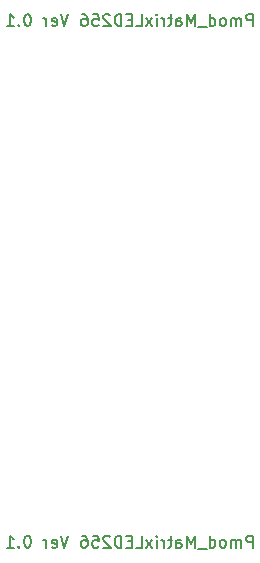
<source format=gbr>
%TF.GenerationSoftware,KiCad,Pcbnew,7.0.2*%
%TF.CreationDate,2023-08-12T01:48:42+09:00*%
%TF.ProjectId,Pmod_Matrix256,506d6f64-5f4d-4617-9472-69783235362e,rev?*%
%TF.SameCoordinates,Original*%
%TF.FileFunction,Legend,Bot*%
%TF.FilePolarity,Positive*%
%FSLAX46Y46*%
G04 Gerber Fmt 4.6, Leading zero omitted, Abs format (unit mm)*
G04 Created by KiCad (PCBNEW 7.0.2) date 2023-08-12 01:48:42*
%MOMM*%
%LPD*%
G01*
G04 APERTURE LIST*
%ADD10C,0.150000*%
G04 APERTURE END LIST*
D10*
X126100404Y-105443619D02*
X126100404Y-104443619D01*
X126100404Y-104443619D02*
X125719452Y-104443619D01*
X125719452Y-104443619D02*
X125624214Y-104491238D01*
X125624214Y-104491238D02*
X125576595Y-104538857D01*
X125576595Y-104538857D02*
X125528976Y-104634095D01*
X125528976Y-104634095D02*
X125528976Y-104776952D01*
X125528976Y-104776952D02*
X125576595Y-104872190D01*
X125576595Y-104872190D02*
X125624214Y-104919809D01*
X125624214Y-104919809D02*
X125719452Y-104967428D01*
X125719452Y-104967428D02*
X126100404Y-104967428D01*
X125100404Y-105443619D02*
X125100404Y-104776952D01*
X125100404Y-104872190D02*
X125052785Y-104824571D01*
X125052785Y-104824571D02*
X124957547Y-104776952D01*
X124957547Y-104776952D02*
X124814690Y-104776952D01*
X124814690Y-104776952D02*
X124719452Y-104824571D01*
X124719452Y-104824571D02*
X124671833Y-104919809D01*
X124671833Y-104919809D02*
X124671833Y-105443619D01*
X124671833Y-104919809D02*
X124624214Y-104824571D01*
X124624214Y-104824571D02*
X124528976Y-104776952D01*
X124528976Y-104776952D02*
X124386119Y-104776952D01*
X124386119Y-104776952D02*
X124290880Y-104824571D01*
X124290880Y-104824571D02*
X124243261Y-104919809D01*
X124243261Y-104919809D02*
X124243261Y-105443619D01*
X123624214Y-105443619D02*
X123719452Y-105396000D01*
X123719452Y-105396000D02*
X123767071Y-105348380D01*
X123767071Y-105348380D02*
X123814690Y-105253142D01*
X123814690Y-105253142D02*
X123814690Y-104967428D01*
X123814690Y-104967428D02*
X123767071Y-104872190D01*
X123767071Y-104872190D02*
X123719452Y-104824571D01*
X123719452Y-104824571D02*
X123624214Y-104776952D01*
X123624214Y-104776952D02*
X123481357Y-104776952D01*
X123481357Y-104776952D02*
X123386119Y-104824571D01*
X123386119Y-104824571D02*
X123338500Y-104872190D01*
X123338500Y-104872190D02*
X123290881Y-104967428D01*
X123290881Y-104967428D02*
X123290881Y-105253142D01*
X123290881Y-105253142D02*
X123338500Y-105348380D01*
X123338500Y-105348380D02*
X123386119Y-105396000D01*
X123386119Y-105396000D02*
X123481357Y-105443619D01*
X123481357Y-105443619D02*
X123624214Y-105443619D01*
X122433738Y-105443619D02*
X122433738Y-104443619D01*
X122433738Y-105396000D02*
X122528976Y-105443619D01*
X122528976Y-105443619D02*
X122719452Y-105443619D01*
X122719452Y-105443619D02*
X122814690Y-105396000D01*
X122814690Y-105396000D02*
X122862309Y-105348380D01*
X122862309Y-105348380D02*
X122909928Y-105253142D01*
X122909928Y-105253142D02*
X122909928Y-104967428D01*
X122909928Y-104967428D02*
X122862309Y-104872190D01*
X122862309Y-104872190D02*
X122814690Y-104824571D01*
X122814690Y-104824571D02*
X122719452Y-104776952D01*
X122719452Y-104776952D02*
X122528976Y-104776952D01*
X122528976Y-104776952D02*
X122433738Y-104824571D01*
X122195643Y-105538857D02*
X121433738Y-105538857D01*
X121195642Y-105443619D02*
X121195642Y-104443619D01*
X121195642Y-104443619D02*
X120862309Y-105157904D01*
X120862309Y-105157904D02*
X120528976Y-104443619D01*
X120528976Y-104443619D02*
X120528976Y-105443619D01*
X119624214Y-105443619D02*
X119624214Y-104919809D01*
X119624214Y-104919809D02*
X119671833Y-104824571D01*
X119671833Y-104824571D02*
X119767071Y-104776952D01*
X119767071Y-104776952D02*
X119957547Y-104776952D01*
X119957547Y-104776952D02*
X120052785Y-104824571D01*
X119624214Y-105396000D02*
X119719452Y-105443619D01*
X119719452Y-105443619D02*
X119957547Y-105443619D01*
X119957547Y-105443619D02*
X120052785Y-105396000D01*
X120052785Y-105396000D02*
X120100404Y-105300761D01*
X120100404Y-105300761D02*
X120100404Y-105205523D01*
X120100404Y-105205523D02*
X120052785Y-105110285D01*
X120052785Y-105110285D02*
X119957547Y-105062666D01*
X119957547Y-105062666D02*
X119719452Y-105062666D01*
X119719452Y-105062666D02*
X119624214Y-105015047D01*
X119290880Y-104776952D02*
X118909928Y-104776952D01*
X119148023Y-104443619D02*
X119148023Y-105300761D01*
X119148023Y-105300761D02*
X119100404Y-105396000D01*
X119100404Y-105396000D02*
X119005166Y-105443619D01*
X119005166Y-105443619D02*
X118909928Y-105443619D01*
X118576594Y-105443619D02*
X118576594Y-104776952D01*
X118576594Y-104967428D02*
X118528975Y-104872190D01*
X118528975Y-104872190D02*
X118481356Y-104824571D01*
X118481356Y-104824571D02*
X118386118Y-104776952D01*
X118386118Y-104776952D02*
X118290880Y-104776952D01*
X117957546Y-105443619D02*
X117957546Y-104776952D01*
X117957546Y-104443619D02*
X118005165Y-104491238D01*
X118005165Y-104491238D02*
X117957546Y-104538857D01*
X117957546Y-104538857D02*
X117909927Y-104491238D01*
X117909927Y-104491238D02*
X117957546Y-104443619D01*
X117957546Y-104443619D02*
X117957546Y-104538857D01*
X117576594Y-105443619D02*
X117052785Y-104776952D01*
X117576594Y-104776952D02*
X117052785Y-105443619D01*
X116195642Y-105443619D02*
X116671832Y-105443619D01*
X116671832Y-105443619D02*
X116671832Y-104443619D01*
X115862308Y-104919809D02*
X115528975Y-104919809D01*
X115386118Y-105443619D02*
X115862308Y-105443619D01*
X115862308Y-105443619D02*
X115862308Y-104443619D01*
X115862308Y-104443619D02*
X115386118Y-104443619D01*
X114957546Y-105443619D02*
X114957546Y-104443619D01*
X114957546Y-104443619D02*
X114719451Y-104443619D01*
X114719451Y-104443619D02*
X114576594Y-104491238D01*
X114576594Y-104491238D02*
X114481356Y-104586476D01*
X114481356Y-104586476D02*
X114433737Y-104681714D01*
X114433737Y-104681714D02*
X114386118Y-104872190D01*
X114386118Y-104872190D02*
X114386118Y-105015047D01*
X114386118Y-105015047D02*
X114433737Y-105205523D01*
X114433737Y-105205523D02*
X114481356Y-105300761D01*
X114481356Y-105300761D02*
X114576594Y-105396000D01*
X114576594Y-105396000D02*
X114719451Y-105443619D01*
X114719451Y-105443619D02*
X114957546Y-105443619D01*
X114005165Y-104538857D02*
X113957546Y-104491238D01*
X113957546Y-104491238D02*
X113862308Y-104443619D01*
X113862308Y-104443619D02*
X113624213Y-104443619D01*
X113624213Y-104443619D02*
X113528975Y-104491238D01*
X113528975Y-104491238D02*
X113481356Y-104538857D01*
X113481356Y-104538857D02*
X113433737Y-104634095D01*
X113433737Y-104634095D02*
X113433737Y-104729333D01*
X113433737Y-104729333D02*
X113481356Y-104872190D01*
X113481356Y-104872190D02*
X114052784Y-105443619D01*
X114052784Y-105443619D02*
X113433737Y-105443619D01*
X112528975Y-104443619D02*
X113005165Y-104443619D01*
X113005165Y-104443619D02*
X113052784Y-104919809D01*
X113052784Y-104919809D02*
X113005165Y-104872190D01*
X113005165Y-104872190D02*
X112909927Y-104824571D01*
X112909927Y-104824571D02*
X112671832Y-104824571D01*
X112671832Y-104824571D02*
X112576594Y-104872190D01*
X112576594Y-104872190D02*
X112528975Y-104919809D01*
X112528975Y-104919809D02*
X112481356Y-105015047D01*
X112481356Y-105015047D02*
X112481356Y-105253142D01*
X112481356Y-105253142D02*
X112528975Y-105348380D01*
X112528975Y-105348380D02*
X112576594Y-105396000D01*
X112576594Y-105396000D02*
X112671832Y-105443619D01*
X112671832Y-105443619D02*
X112909927Y-105443619D01*
X112909927Y-105443619D02*
X113005165Y-105396000D01*
X113005165Y-105396000D02*
X113052784Y-105348380D01*
X111624213Y-104443619D02*
X111814689Y-104443619D01*
X111814689Y-104443619D02*
X111909927Y-104491238D01*
X111909927Y-104491238D02*
X111957546Y-104538857D01*
X111957546Y-104538857D02*
X112052784Y-104681714D01*
X112052784Y-104681714D02*
X112100403Y-104872190D01*
X112100403Y-104872190D02*
X112100403Y-105253142D01*
X112100403Y-105253142D02*
X112052784Y-105348380D01*
X112052784Y-105348380D02*
X112005165Y-105396000D01*
X112005165Y-105396000D02*
X111909927Y-105443619D01*
X111909927Y-105443619D02*
X111719451Y-105443619D01*
X111719451Y-105443619D02*
X111624213Y-105396000D01*
X111624213Y-105396000D02*
X111576594Y-105348380D01*
X111576594Y-105348380D02*
X111528975Y-105253142D01*
X111528975Y-105253142D02*
X111528975Y-105015047D01*
X111528975Y-105015047D02*
X111576594Y-104919809D01*
X111576594Y-104919809D02*
X111624213Y-104872190D01*
X111624213Y-104872190D02*
X111719451Y-104824571D01*
X111719451Y-104824571D02*
X111909927Y-104824571D01*
X111909927Y-104824571D02*
X112005165Y-104872190D01*
X112005165Y-104872190D02*
X112052784Y-104919809D01*
X112052784Y-104919809D02*
X112100403Y-105015047D01*
X110481355Y-104443619D02*
X110148022Y-105443619D01*
X110148022Y-105443619D02*
X109814689Y-104443619D01*
X109100403Y-105396000D02*
X109195641Y-105443619D01*
X109195641Y-105443619D02*
X109386117Y-105443619D01*
X109386117Y-105443619D02*
X109481355Y-105396000D01*
X109481355Y-105396000D02*
X109528974Y-105300761D01*
X109528974Y-105300761D02*
X109528974Y-104919809D01*
X109528974Y-104919809D02*
X109481355Y-104824571D01*
X109481355Y-104824571D02*
X109386117Y-104776952D01*
X109386117Y-104776952D02*
X109195641Y-104776952D01*
X109195641Y-104776952D02*
X109100403Y-104824571D01*
X109100403Y-104824571D02*
X109052784Y-104919809D01*
X109052784Y-104919809D02*
X109052784Y-105015047D01*
X109052784Y-105015047D02*
X109528974Y-105110285D01*
X108624212Y-105443619D02*
X108624212Y-104776952D01*
X108624212Y-104967428D02*
X108576593Y-104872190D01*
X108576593Y-104872190D02*
X108528974Y-104824571D01*
X108528974Y-104824571D02*
X108433736Y-104776952D01*
X108433736Y-104776952D02*
X108338498Y-104776952D01*
X107052783Y-104443619D02*
X106957545Y-104443619D01*
X106957545Y-104443619D02*
X106862307Y-104491238D01*
X106862307Y-104491238D02*
X106814688Y-104538857D01*
X106814688Y-104538857D02*
X106767069Y-104634095D01*
X106767069Y-104634095D02*
X106719450Y-104824571D01*
X106719450Y-104824571D02*
X106719450Y-105062666D01*
X106719450Y-105062666D02*
X106767069Y-105253142D01*
X106767069Y-105253142D02*
X106814688Y-105348380D01*
X106814688Y-105348380D02*
X106862307Y-105396000D01*
X106862307Y-105396000D02*
X106957545Y-105443619D01*
X106957545Y-105443619D02*
X107052783Y-105443619D01*
X107052783Y-105443619D02*
X107148021Y-105396000D01*
X107148021Y-105396000D02*
X107195640Y-105348380D01*
X107195640Y-105348380D02*
X107243259Y-105253142D01*
X107243259Y-105253142D02*
X107290878Y-105062666D01*
X107290878Y-105062666D02*
X107290878Y-104824571D01*
X107290878Y-104824571D02*
X107243259Y-104634095D01*
X107243259Y-104634095D02*
X107195640Y-104538857D01*
X107195640Y-104538857D02*
X107148021Y-104491238D01*
X107148021Y-104491238D02*
X107052783Y-104443619D01*
X106290878Y-105348380D02*
X106243259Y-105396000D01*
X106243259Y-105396000D02*
X106290878Y-105443619D01*
X106290878Y-105443619D02*
X106338497Y-105396000D01*
X106338497Y-105396000D02*
X106290878Y-105348380D01*
X106290878Y-105348380D02*
X106290878Y-105443619D01*
X105290879Y-105443619D02*
X105862307Y-105443619D01*
X105576593Y-105443619D02*
X105576593Y-104443619D01*
X105576593Y-104443619D02*
X105671831Y-104586476D01*
X105671831Y-104586476D02*
X105767069Y-104681714D01*
X105767069Y-104681714D02*
X105862307Y-104729333D01*
X126100404Y-61279619D02*
X126100404Y-60279619D01*
X126100404Y-60279619D02*
X125719452Y-60279619D01*
X125719452Y-60279619D02*
X125624214Y-60327238D01*
X125624214Y-60327238D02*
X125576595Y-60374857D01*
X125576595Y-60374857D02*
X125528976Y-60470095D01*
X125528976Y-60470095D02*
X125528976Y-60612952D01*
X125528976Y-60612952D02*
X125576595Y-60708190D01*
X125576595Y-60708190D02*
X125624214Y-60755809D01*
X125624214Y-60755809D02*
X125719452Y-60803428D01*
X125719452Y-60803428D02*
X126100404Y-60803428D01*
X125100404Y-61279619D02*
X125100404Y-60612952D01*
X125100404Y-60708190D02*
X125052785Y-60660571D01*
X125052785Y-60660571D02*
X124957547Y-60612952D01*
X124957547Y-60612952D02*
X124814690Y-60612952D01*
X124814690Y-60612952D02*
X124719452Y-60660571D01*
X124719452Y-60660571D02*
X124671833Y-60755809D01*
X124671833Y-60755809D02*
X124671833Y-61279619D01*
X124671833Y-60755809D02*
X124624214Y-60660571D01*
X124624214Y-60660571D02*
X124528976Y-60612952D01*
X124528976Y-60612952D02*
X124386119Y-60612952D01*
X124386119Y-60612952D02*
X124290880Y-60660571D01*
X124290880Y-60660571D02*
X124243261Y-60755809D01*
X124243261Y-60755809D02*
X124243261Y-61279619D01*
X123624214Y-61279619D02*
X123719452Y-61232000D01*
X123719452Y-61232000D02*
X123767071Y-61184380D01*
X123767071Y-61184380D02*
X123814690Y-61089142D01*
X123814690Y-61089142D02*
X123814690Y-60803428D01*
X123814690Y-60803428D02*
X123767071Y-60708190D01*
X123767071Y-60708190D02*
X123719452Y-60660571D01*
X123719452Y-60660571D02*
X123624214Y-60612952D01*
X123624214Y-60612952D02*
X123481357Y-60612952D01*
X123481357Y-60612952D02*
X123386119Y-60660571D01*
X123386119Y-60660571D02*
X123338500Y-60708190D01*
X123338500Y-60708190D02*
X123290881Y-60803428D01*
X123290881Y-60803428D02*
X123290881Y-61089142D01*
X123290881Y-61089142D02*
X123338500Y-61184380D01*
X123338500Y-61184380D02*
X123386119Y-61232000D01*
X123386119Y-61232000D02*
X123481357Y-61279619D01*
X123481357Y-61279619D02*
X123624214Y-61279619D01*
X122433738Y-61279619D02*
X122433738Y-60279619D01*
X122433738Y-61232000D02*
X122528976Y-61279619D01*
X122528976Y-61279619D02*
X122719452Y-61279619D01*
X122719452Y-61279619D02*
X122814690Y-61232000D01*
X122814690Y-61232000D02*
X122862309Y-61184380D01*
X122862309Y-61184380D02*
X122909928Y-61089142D01*
X122909928Y-61089142D02*
X122909928Y-60803428D01*
X122909928Y-60803428D02*
X122862309Y-60708190D01*
X122862309Y-60708190D02*
X122814690Y-60660571D01*
X122814690Y-60660571D02*
X122719452Y-60612952D01*
X122719452Y-60612952D02*
X122528976Y-60612952D01*
X122528976Y-60612952D02*
X122433738Y-60660571D01*
X122195643Y-61374857D02*
X121433738Y-61374857D01*
X121195642Y-61279619D02*
X121195642Y-60279619D01*
X121195642Y-60279619D02*
X120862309Y-60993904D01*
X120862309Y-60993904D02*
X120528976Y-60279619D01*
X120528976Y-60279619D02*
X120528976Y-61279619D01*
X119624214Y-61279619D02*
X119624214Y-60755809D01*
X119624214Y-60755809D02*
X119671833Y-60660571D01*
X119671833Y-60660571D02*
X119767071Y-60612952D01*
X119767071Y-60612952D02*
X119957547Y-60612952D01*
X119957547Y-60612952D02*
X120052785Y-60660571D01*
X119624214Y-61232000D02*
X119719452Y-61279619D01*
X119719452Y-61279619D02*
X119957547Y-61279619D01*
X119957547Y-61279619D02*
X120052785Y-61232000D01*
X120052785Y-61232000D02*
X120100404Y-61136761D01*
X120100404Y-61136761D02*
X120100404Y-61041523D01*
X120100404Y-61041523D02*
X120052785Y-60946285D01*
X120052785Y-60946285D02*
X119957547Y-60898666D01*
X119957547Y-60898666D02*
X119719452Y-60898666D01*
X119719452Y-60898666D02*
X119624214Y-60851047D01*
X119290880Y-60612952D02*
X118909928Y-60612952D01*
X119148023Y-60279619D02*
X119148023Y-61136761D01*
X119148023Y-61136761D02*
X119100404Y-61232000D01*
X119100404Y-61232000D02*
X119005166Y-61279619D01*
X119005166Y-61279619D02*
X118909928Y-61279619D01*
X118576594Y-61279619D02*
X118576594Y-60612952D01*
X118576594Y-60803428D02*
X118528975Y-60708190D01*
X118528975Y-60708190D02*
X118481356Y-60660571D01*
X118481356Y-60660571D02*
X118386118Y-60612952D01*
X118386118Y-60612952D02*
X118290880Y-60612952D01*
X117957546Y-61279619D02*
X117957546Y-60612952D01*
X117957546Y-60279619D02*
X118005165Y-60327238D01*
X118005165Y-60327238D02*
X117957546Y-60374857D01*
X117957546Y-60374857D02*
X117909927Y-60327238D01*
X117909927Y-60327238D02*
X117957546Y-60279619D01*
X117957546Y-60279619D02*
X117957546Y-60374857D01*
X117576594Y-61279619D02*
X117052785Y-60612952D01*
X117576594Y-60612952D02*
X117052785Y-61279619D01*
X116195642Y-61279619D02*
X116671832Y-61279619D01*
X116671832Y-61279619D02*
X116671832Y-60279619D01*
X115862308Y-60755809D02*
X115528975Y-60755809D01*
X115386118Y-61279619D02*
X115862308Y-61279619D01*
X115862308Y-61279619D02*
X115862308Y-60279619D01*
X115862308Y-60279619D02*
X115386118Y-60279619D01*
X114957546Y-61279619D02*
X114957546Y-60279619D01*
X114957546Y-60279619D02*
X114719451Y-60279619D01*
X114719451Y-60279619D02*
X114576594Y-60327238D01*
X114576594Y-60327238D02*
X114481356Y-60422476D01*
X114481356Y-60422476D02*
X114433737Y-60517714D01*
X114433737Y-60517714D02*
X114386118Y-60708190D01*
X114386118Y-60708190D02*
X114386118Y-60851047D01*
X114386118Y-60851047D02*
X114433737Y-61041523D01*
X114433737Y-61041523D02*
X114481356Y-61136761D01*
X114481356Y-61136761D02*
X114576594Y-61232000D01*
X114576594Y-61232000D02*
X114719451Y-61279619D01*
X114719451Y-61279619D02*
X114957546Y-61279619D01*
X114005165Y-60374857D02*
X113957546Y-60327238D01*
X113957546Y-60327238D02*
X113862308Y-60279619D01*
X113862308Y-60279619D02*
X113624213Y-60279619D01*
X113624213Y-60279619D02*
X113528975Y-60327238D01*
X113528975Y-60327238D02*
X113481356Y-60374857D01*
X113481356Y-60374857D02*
X113433737Y-60470095D01*
X113433737Y-60470095D02*
X113433737Y-60565333D01*
X113433737Y-60565333D02*
X113481356Y-60708190D01*
X113481356Y-60708190D02*
X114052784Y-61279619D01*
X114052784Y-61279619D02*
X113433737Y-61279619D01*
X112528975Y-60279619D02*
X113005165Y-60279619D01*
X113005165Y-60279619D02*
X113052784Y-60755809D01*
X113052784Y-60755809D02*
X113005165Y-60708190D01*
X113005165Y-60708190D02*
X112909927Y-60660571D01*
X112909927Y-60660571D02*
X112671832Y-60660571D01*
X112671832Y-60660571D02*
X112576594Y-60708190D01*
X112576594Y-60708190D02*
X112528975Y-60755809D01*
X112528975Y-60755809D02*
X112481356Y-60851047D01*
X112481356Y-60851047D02*
X112481356Y-61089142D01*
X112481356Y-61089142D02*
X112528975Y-61184380D01*
X112528975Y-61184380D02*
X112576594Y-61232000D01*
X112576594Y-61232000D02*
X112671832Y-61279619D01*
X112671832Y-61279619D02*
X112909927Y-61279619D01*
X112909927Y-61279619D02*
X113005165Y-61232000D01*
X113005165Y-61232000D02*
X113052784Y-61184380D01*
X111624213Y-60279619D02*
X111814689Y-60279619D01*
X111814689Y-60279619D02*
X111909927Y-60327238D01*
X111909927Y-60327238D02*
X111957546Y-60374857D01*
X111957546Y-60374857D02*
X112052784Y-60517714D01*
X112052784Y-60517714D02*
X112100403Y-60708190D01*
X112100403Y-60708190D02*
X112100403Y-61089142D01*
X112100403Y-61089142D02*
X112052784Y-61184380D01*
X112052784Y-61184380D02*
X112005165Y-61232000D01*
X112005165Y-61232000D02*
X111909927Y-61279619D01*
X111909927Y-61279619D02*
X111719451Y-61279619D01*
X111719451Y-61279619D02*
X111624213Y-61232000D01*
X111624213Y-61232000D02*
X111576594Y-61184380D01*
X111576594Y-61184380D02*
X111528975Y-61089142D01*
X111528975Y-61089142D02*
X111528975Y-60851047D01*
X111528975Y-60851047D02*
X111576594Y-60755809D01*
X111576594Y-60755809D02*
X111624213Y-60708190D01*
X111624213Y-60708190D02*
X111719451Y-60660571D01*
X111719451Y-60660571D02*
X111909927Y-60660571D01*
X111909927Y-60660571D02*
X112005165Y-60708190D01*
X112005165Y-60708190D02*
X112052784Y-60755809D01*
X112052784Y-60755809D02*
X112100403Y-60851047D01*
X110481355Y-60279619D02*
X110148022Y-61279619D01*
X110148022Y-61279619D02*
X109814689Y-60279619D01*
X109100403Y-61232000D02*
X109195641Y-61279619D01*
X109195641Y-61279619D02*
X109386117Y-61279619D01*
X109386117Y-61279619D02*
X109481355Y-61232000D01*
X109481355Y-61232000D02*
X109528974Y-61136761D01*
X109528974Y-61136761D02*
X109528974Y-60755809D01*
X109528974Y-60755809D02*
X109481355Y-60660571D01*
X109481355Y-60660571D02*
X109386117Y-60612952D01*
X109386117Y-60612952D02*
X109195641Y-60612952D01*
X109195641Y-60612952D02*
X109100403Y-60660571D01*
X109100403Y-60660571D02*
X109052784Y-60755809D01*
X109052784Y-60755809D02*
X109052784Y-60851047D01*
X109052784Y-60851047D02*
X109528974Y-60946285D01*
X108624212Y-61279619D02*
X108624212Y-60612952D01*
X108624212Y-60803428D02*
X108576593Y-60708190D01*
X108576593Y-60708190D02*
X108528974Y-60660571D01*
X108528974Y-60660571D02*
X108433736Y-60612952D01*
X108433736Y-60612952D02*
X108338498Y-60612952D01*
X107052783Y-60279619D02*
X106957545Y-60279619D01*
X106957545Y-60279619D02*
X106862307Y-60327238D01*
X106862307Y-60327238D02*
X106814688Y-60374857D01*
X106814688Y-60374857D02*
X106767069Y-60470095D01*
X106767069Y-60470095D02*
X106719450Y-60660571D01*
X106719450Y-60660571D02*
X106719450Y-60898666D01*
X106719450Y-60898666D02*
X106767069Y-61089142D01*
X106767069Y-61089142D02*
X106814688Y-61184380D01*
X106814688Y-61184380D02*
X106862307Y-61232000D01*
X106862307Y-61232000D02*
X106957545Y-61279619D01*
X106957545Y-61279619D02*
X107052783Y-61279619D01*
X107052783Y-61279619D02*
X107148021Y-61232000D01*
X107148021Y-61232000D02*
X107195640Y-61184380D01*
X107195640Y-61184380D02*
X107243259Y-61089142D01*
X107243259Y-61089142D02*
X107290878Y-60898666D01*
X107290878Y-60898666D02*
X107290878Y-60660571D01*
X107290878Y-60660571D02*
X107243259Y-60470095D01*
X107243259Y-60470095D02*
X107195640Y-60374857D01*
X107195640Y-60374857D02*
X107148021Y-60327238D01*
X107148021Y-60327238D02*
X107052783Y-60279619D01*
X106290878Y-61184380D02*
X106243259Y-61232000D01*
X106243259Y-61232000D02*
X106290878Y-61279619D01*
X106290878Y-61279619D02*
X106338497Y-61232000D01*
X106338497Y-61232000D02*
X106290878Y-61184380D01*
X106290878Y-61184380D02*
X106290878Y-61279619D01*
X105290879Y-61279619D02*
X105862307Y-61279619D01*
X105576593Y-61279619D02*
X105576593Y-60279619D01*
X105576593Y-60279619D02*
X105671831Y-60422476D01*
X105671831Y-60422476D02*
X105767069Y-60517714D01*
X105767069Y-60517714D02*
X105862307Y-60565333D01*
M02*

</source>
